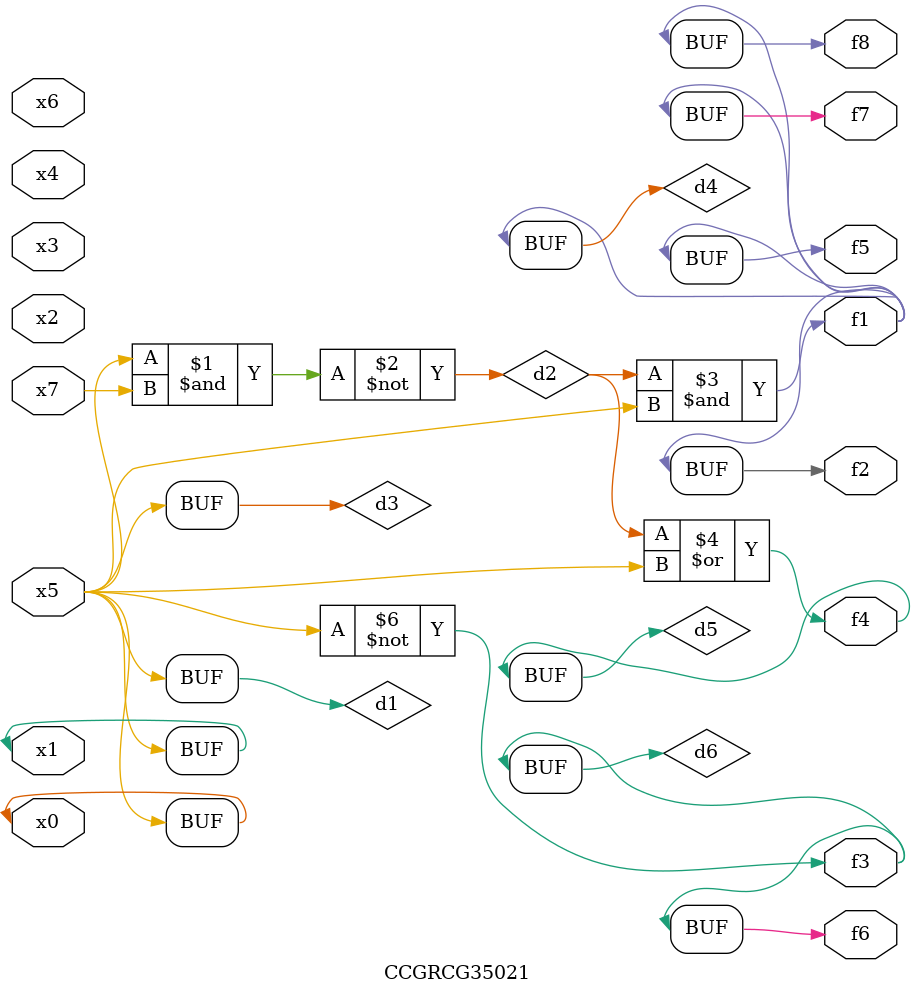
<source format=v>
module CCGRCG35021(
	input x0, x1, x2, x3, x4, x5, x6, x7,
	output f1, f2, f3, f4, f5, f6, f7, f8
);

	wire d1, d2, d3, d4, d5, d6;

	buf (d1, x0, x5);
	nand (d2, x5, x7);
	buf (d3, x0, x1);
	and (d4, d2, d3);
	or (d5, d2, d3);
	nor (d6, d1, d3);
	assign f1 = d4;
	assign f2 = d4;
	assign f3 = d6;
	assign f4 = d5;
	assign f5 = d4;
	assign f6 = d6;
	assign f7 = d4;
	assign f8 = d4;
endmodule

</source>
